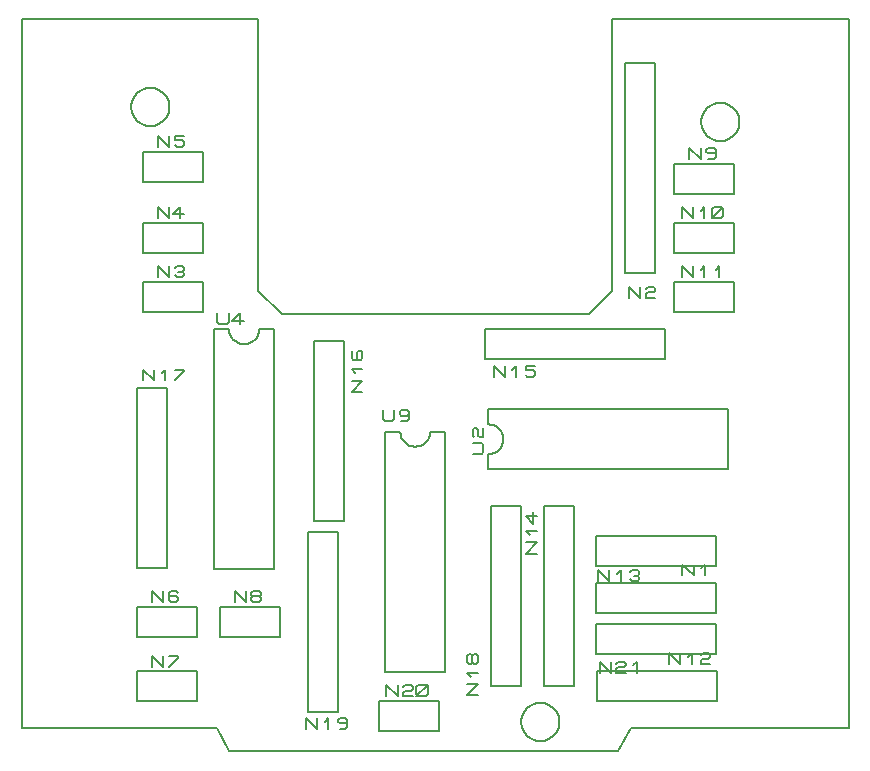
<source format=gbr>
G04 PROTEUS GERBER X2 FILE*
%TF.GenerationSoftware,Labcenter,Proteus,8.12-SP2-Build31155*%
%TF.CreationDate,2021-12-06T20:36:36+00:00*%
%TF.FileFunction,Legend,Top*%
%TF.FilePolarity,Positive*%
%TF.Part,Single*%
%TF.SameCoordinates,{41aeb68f-70a9-4567-b6d7-def337a2806a}*%
%FSLAX45Y45*%
%MOMM*%
G01*
%TA.AperFunction,Profile*%
%ADD17C,0.203200*%
%TA.AperFunction,Material*%
%ADD21C,0.203200*%
%TD.AperFunction*%
D17*
X+0Y+0D02*
X+1650000Y+0D01*
X+7000000Y+0D02*
X+7000000Y+6000000D01*
X+5000000Y+6000000D01*
X+5000000Y+3700000D01*
X+4800000Y+3500000D01*
X+2200000Y+3500000D01*
X+2000000Y+3700000D02*
X+2000000Y+6000000D01*
X+0Y+6000000D01*
X+0Y+0D01*
X+2000000Y+3700000D02*
X+2200000Y+3500000D01*
X+5160000Y+0D02*
X+7000000Y+0D01*
X+1750000Y-200000D02*
X+5050000Y-200000D01*
X+1650000Y+0D02*
X+1750000Y-200000D01*
X+5160000Y+0D02*
X+5050000Y-200000D01*
X+4550045Y+50000D02*
X+4549508Y+63142D01*
X+4545144Y+89427D01*
X+4536029Y+115712D01*
X+4521182Y+141997D01*
X+4498470Y+168118D01*
X+4472185Y+187898D01*
X+4445900Y+200658D01*
X+4419615Y+208108D01*
X+4393330Y+210987D01*
X+4389000Y+211045D01*
X+4227955Y+50000D02*
X+4228492Y+63142D01*
X+4232856Y+89427D01*
X+4241971Y+115712D01*
X+4256818Y+141997D01*
X+4279530Y+168118D01*
X+4305815Y+187898D01*
X+4332100Y+200658D01*
X+4358385Y+208108D01*
X+4384670Y+210987D01*
X+4389000Y+211045D01*
X+4227955Y+50000D02*
X+4228492Y+36858D01*
X+4232856Y+10573D01*
X+4241971Y-15712D01*
X+4256818Y-41997D01*
X+4279530Y-68118D01*
X+4305815Y-87898D01*
X+4332100Y-100658D01*
X+4358385Y-108108D01*
X+4384670Y-110987D01*
X+4389000Y-111045D01*
X+4550045Y+50000D02*
X+4549508Y+36858D01*
X+4545144Y+10573D01*
X+4536029Y-15712D01*
X+4521182Y-41997D01*
X+4498470Y-68118D01*
X+4472185Y-87898D01*
X+4445900Y-100658D01*
X+4419615Y-108108D01*
X+4393330Y-110987D01*
X+4389000Y-111045D01*
X+6074045Y+5130000D02*
X+6073508Y+5143142D01*
X+6069144Y+5169427D01*
X+6060029Y+5195712D01*
X+6045182Y+5221997D01*
X+6022470Y+5248118D01*
X+5996185Y+5267898D01*
X+5969900Y+5280658D01*
X+5943615Y+5288108D01*
X+5917330Y+5290987D01*
X+5913000Y+5291045D01*
X+5751955Y+5130000D02*
X+5752492Y+5143142D01*
X+5756856Y+5169427D01*
X+5765971Y+5195712D01*
X+5780818Y+5221997D01*
X+5803530Y+5248118D01*
X+5829815Y+5267898D01*
X+5856100Y+5280658D01*
X+5882385Y+5288108D01*
X+5908670Y+5290987D01*
X+5913000Y+5291045D01*
X+5751955Y+5130000D02*
X+5752492Y+5116858D01*
X+5756856Y+5090573D01*
X+5765971Y+5064288D01*
X+5780818Y+5038003D01*
X+5803530Y+5011882D01*
X+5829815Y+4992102D01*
X+5856100Y+4979342D01*
X+5882385Y+4971892D01*
X+5908670Y+4969013D01*
X+5913000Y+4968955D01*
X+6074045Y+5130000D02*
X+6073508Y+5116858D01*
X+6069144Y+5090573D01*
X+6060029Y+5064288D01*
X+6045182Y+5038003D01*
X+6022470Y+5011882D01*
X+5996185Y+4992102D01*
X+5969900Y+4979342D01*
X+5943615Y+4971892D01*
X+5917330Y+4969013D01*
X+5913000Y+4968955D01*
X+1248045Y+5257000D02*
X+1247508Y+5270142D01*
X+1243144Y+5296427D01*
X+1234029Y+5322712D01*
X+1219182Y+5348997D01*
X+1196470Y+5375118D01*
X+1170185Y+5394898D01*
X+1143900Y+5407658D01*
X+1117615Y+5415108D01*
X+1091330Y+5417987D01*
X+1087000Y+5418045D01*
X+925955Y+5257000D02*
X+926492Y+5270142D01*
X+930856Y+5296427D01*
X+939971Y+5322712D01*
X+954818Y+5348997D01*
X+977530Y+5375118D01*
X+1003815Y+5394898D01*
X+1030100Y+5407658D01*
X+1056385Y+5415108D01*
X+1082670Y+5417987D01*
X+1087000Y+5418045D01*
X+925955Y+5257000D02*
X+926492Y+5243858D01*
X+930856Y+5217573D01*
X+939971Y+5191288D01*
X+954818Y+5165003D01*
X+977530Y+5138882D01*
X+1003815Y+5119102D01*
X+1030100Y+5106342D01*
X+1056385Y+5098892D01*
X+1082670Y+5096013D01*
X+1087000Y+5095955D01*
X+1248045Y+5257000D02*
X+1247508Y+5243858D01*
X+1243144Y+5217573D01*
X+1234029Y+5191288D01*
X+1219182Y+5165003D01*
X+1196470Y+5138882D01*
X+1170185Y+5119102D01*
X+1143900Y+5106342D01*
X+1117615Y+5098892D01*
X+1091330Y+5096013D01*
X+1087000Y+5095955D01*
D21*
X+1627000Y+3377000D02*
X+1754000Y+3377000D01*
X+1881000Y+3250000D02*
X+1906876Y+3252436D01*
X+1930848Y+3259485D01*
X+1952438Y+3270762D01*
X+1971170Y+3285878D01*
X+1986569Y+3304446D01*
X+1998158Y+3326081D01*
X+2005460Y+3350394D01*
X+2008000Y+3377000D01*
X+1881000Y+3250000D02*
X+1854394Y+3252436D01*
X+1830081Y+3259485D01*
X+1808446Y+3270762D01*
X+1789878Y+3285878D01*
X+1774762Y+3304446D01*
X+1763485Y+3326081D01*
X+1756436Y+3350394D01*
X+1754000Y+3377000D01*
X+2008000Y+3377000D02*
X+2135000Y+3377000D01*
X+1627000Y+1345000D02*
X+2135000Y+1345000D01*
X+1627000Y+3377000D02*
X+1627000Y+1345000D01*
X+2135000Y+1345000D02*
X+2135000Y+3377000D01*
X+1654000Y+3509080D02*
X+1654000Y+3432880D01*
X+1669875Y+3417640D01*
X+1733375Y+3417640D01*
X+1749250Y+3432880D01*
X+1749250Y+3509080D01*
X+1876250Y+3448120D02*
X+1781000Y+3448120D01*
X+1844500Y+3509080D01*
X+1844500Y+3417640D01*
X+3077000Y+2507000D02*
X+3204000Y+2507000D01*
X+3331000Y+2380000D02*
X+3356876Y+2382436D01*
X+3380848Y+2389485D01*
X+3402438Y+2400762D01*
X+3421170Y+2415878D01*
X+3436569Y+2434446D01*
X+3448158Y+2456081D01*
X+3455460Y+2480394D01*
X+3458000Y+2507000D01*
X+3331000Y+2380000D02*
X+3304394Y+2382436D01*
X+3280081Y+2389485D01*
X+3258446Y+2400762D01*
X+3239878Y+2415878D01*
X+3224762Y+2434446D01*
X+3213485Y+2456081D01*
X+3206436Y+2480394D01*
X+3204000Y+2507000D01*
X+3458000Y+2507000D02*
X+3585000Y+2507000D01*
X+3077000Y+475000D02*
X+3585000Y+475000D01*
X+3077000Y+2507000D02*
X+3077000Y+475000D01*
X+3585000Y+475000D02*
X+3585000Y+2507000D01*
X+3054000Y+2689080D02*
X+3054000Y+2612880D01*
X+3069875Y+2597640D01*
X+3133375Y+2597640D01*
X+3149250Y+2612880D01*
X+3149250Y+2689080D01*
X+3276250Y+2658600D02*
X+3260375Y+2643360D01*
X+3212750Y+2643360D01*
X+3196875Y+2658600D01*
X+3196875Y+2673840D01*
X+3212750Y+2689080D01*
X+3260375Y+2689080D01*
X+3276250Y+2673840D01*
X+3276250Y+2612880D01*
X+3260375Y+2597640D01*
X+3212750Y+2597640D01*
X+4861000Y+1373000D02*
X+5877000Y+1373000D01*
X+5877000Y+1627000D01*
X+4861000Y+1627000D01*
X+4861000Y+1373000D01*
X+5592000Y+1290920D02*
X+5592000Y+1382360D01*
X+5687250Y+1290920D01*
X+5687250Y+1382360D01*
X+5750750Y+1351880D02*
X+5782500Y+1382360D01*
X+5782500Y+1290920D01*
X+5103000Y+3849000D02*
X+5357000Y+3849000D01*
X+5357000Y+5627000D01*
X+5103000Y+5627000D01*
X+5103000Y+3849000D01*
X+5141000Y+3640920D02*
X+5141000Y+3732360D01*
X+5236250Y+3640920D01*
X+5236250Y+3732360D01*
X+5283875Y+3717120D02*
X+5299750Y+3732360D01*
X+5347375Y+3732360D01*
X+5363250Y+3717120D01*
X+5363250Y+3701880D01*
X+5347375Y+3686640D01*
X+5299750Y+3686640D01*
X+5283875Y+3671400D01*
X+5283875Y+3640920D01*
X+5363250Y+3640920D01*
X+4861000Y+623000D02*
X+5877000Y+623000D01*
X+5877000Y+877000D01*
X+4861000Y+877000D01*
X+4861000Y+623000D01*
X+5478500Y+540920D02*
X+5478500Y+632360D01*
X+5573750Y+540920D01*
X+5573750Y+632360D01*
X+5637250Y+601880D02*
X+5669000Y+632360D01*
X+5669000Y+540920D01*
X+5748375Y+617120D02*
X+5764250Y+632360D01*
X+5811875Y+632360D01*
X+5827750Y+617120D01*
X+5827750Y+601880D01*
X+5811875Y+586640D01*
X+5764250Y+586640D01*
X+5748375Y+571400D01*
X+5748375Y+540920D01*
X+5827750Y+540920D01*
X+4861000Y+973000D02*
X+5877000Y+973000D01*
X+5877000Y+1227000D01*
X+4861000Y+1227000D01*
X+4861000Y+973000D01*
X+4878500Y+1240920D02*
X+4878500Y+1332360D01*
X+4973750Y+1240920D01*
X+4973750Y+1332360D01*
X+5037250Y+1301880D02*
X+5069000Y+1332360D01*
X+5069000Y+1240920D01*
X+5148375Y+1317120D02*
X+5164250Y+1332360D01*
X+5211875Y+1332360D01*
X+5227750Y+1317120D01*
X+5227750Y+1301880D01*
X+5211875Y+1286640D01*
X+5227750Y+1271400D01*
X+5227750Y+1256160D01*
X+5211875Y+1240920D01*
X+5164250Y+1240920D01*
X+5148375Y+1256160D01*
X+5180125Y+1286640D02*
X+5211875Y+1286640D01*
X+3923000Y+3123000D02*
X+5447000Y+3123000D01*
X+5447000Y+3377000D01*
X+3923000Y+3377000D01*
X+3923000Y+3123000D01*
X+3994500Y+2967640D02*
X+3994500Y+3059080D01*
X+4089750Y+2967640D01*
X+4089750Y+3059080D01*
X+4153250Y+3028600D02*
X+4185000Y+3059080D01*
X+4185000Y+2967640D01*
X+4343750Y+3059080D02*
X+4264375Y+3059080D01*
X+4264375Y+3028600D01*
X+4327875Y+3028600D01*
X+4343750Y+3013360D01*
X+4343750Y+2982880D01*
X+4327875Y+2967640D01*
X+4280250Y+2967640D01*
X+4264375Y+2982880D01*
X+4423000Y+353000D02*
X+4677000Y+353000D01*
X+4677000Y+1877000D01*
X+4423000Y+1877000D01*
X+4423000Y+353000D01*
X+4359080Y+1474500D02*
X+4267640Y+1474500D01*
X+4359080Y+1569750D01*
X+4267640Y+1569750D01*
X+4298120Y+1633250D02*
X+4267640Y+1665000D01*
X+4359080Y+1665000D01*
X+4328600Y+1823750D02*
X+4328600Y+1728500D01*
X+4267640Y+1792000D01*
X+4359080Y+1792000D01*
X+2473000Y+1753000D02*
X+2727000Y+1753000D01*
X+2727000Y+3277000D01*
X+2473000Y+3277000D01*
X+2473000Y+1753000D01*
X+2882360Y+2844500D02*
X+2790920Y+2844500D01*
X+2882360Y+2939750D01*
X+2790920Y+2939750D01*
X+2821400Y+3003250D02*
X+2790920Y+3035000D01*
X+2882360Y+3035000D01*
X+2806160Y+3193750D02*
X+2790920Y+3177875D01*
X+2790920Y+3130250D01*
X+2806160Y+3114375D01*
X+2867120Y+3114375D01*
X+2882360Y+3130250D01*
X+2882360Y+3177875D01*
X+2867120Y+3193750D01*
X+2851880Y+3193750D01*
X+2836640Y+3177875D01*
X+2836640Y+3114375D01*
X+973000Y+1353000D02*
X+1227000Y+1353000D01*
X+1227000Y+2877000D01*
X+973000Y+2877000D01*
X+973000Y+1353000D01*
X+1024500Y+2940920D02*
X+1024500Y+3032360D01*
X+1119750Y+2940920D01*
X+1119750Y+3032360D01*
X+1183250Y+3001880D02*
X+1215000Y+3032360D01*
X+1215000Y+2940920D01*
X+1294375Y+3032360D02*
X+1373750Y+3032360D01*
X+1373750Y+3017120D01*
X+1294375Y+2940920D01*
X+3973000Y+353000D02*
X+4227000Y+353000D01*
X+4227000Y+1877000D01*
X+3973000Y+1877000D01*
X+3973000Y+353000D01*
X+3859080Y+274500D02*
X+3767640Y+274500D01*
X+3859080Y+369750D01*
X+3767640Y+369750D01*
X+3798120Y+433250D02*
X+3767640Y+465000D01*
X+3859080Y+465000D01*
X+3813360Y+560250D02*
X+3798120Y+544375D01*
X+3782880Y+544375D01*
X+3767640Y+560250D01*
X+3767640Y+607875D01*
X+3782880Y+623750D01*
X+3798120Y+623750D01*
X+3813360Y+607875D01*
X+3813360Y+560250D01*
X+3828600Y+544375D01*
X+3843840Y+544375D01*
X+3859080Y+560250D01*
X+3859080Y+607875D01*
X+3843840Y+623750D01*
X+3828600Y+623750D01*
X+3813360Y+607875D01*
X+2423000Y+133000D02*
X+2677000Y+133000D01*
X+2677000Y+1657000D01*
X+2423000Y+1657000D01*
X+2423000Y+133000D01*
X+2404500Y-9080D02*
X+2404500Y+82360D01*
X+2499750Y-9080D01*
X+2499750Y+82360D01*
X+2563250Y+51880D02*
X+2595000Y+82360D01*
X+2595000Y-9080D01*
X+2753750Y+51880D02*
X+2737875Y+36640D01*
X+2690250Y+36640D01*
X+2674375Y+51880D01*
X+2674375Y+67120D01*
X+2690250Y+82360D01*
X+2737875Y+82360D01*
X+2753750Y+67120D01*
X+2753750Y+6160D01*
X+2737875Y-9080D01*
X+2690250Y-9080D01*
X+3023000Y-27000D02*
X+3531000Y-27000D01*
X+3531000Y+227000D01*
X+3023000Y+227000D01*
X+3023000Y-27000D01*
X+3086500Y+267640D02*
X+3086500Y+359080D01*
X+3181750Y+267640D01*
X+3181750Y+359080D01*
X+3229375Y+343840D02*
X+3245250Y+359080D01*
X+3292875Y+359080D01*
X+3308750Y+343840D01*
X+3308750Y+328600D01*
X+3292875Y+313360D01*
X+3245250Y+313360D01*
X+3229375Y+298120D01*
X+3229375Y+267640D01*
X+3308750Y+267640D01*
X+3340500Y+282880D02*
X+3340500Y+343840D01*
X+3356375Y+359080D01*
X+3419875Y+359080D01*
X+3435750Y+343840D01*
X+3435750Y+282880D01*
X+3419875Y+267640D01*
X+3356375Y+267640D01*
X+3340500Y+282880D01*
X+3340500Y+267640D02*
X+3435750Y+359080D01*
X+4873000Y+223000D02*
X+5889000Y+223000D01*
X+5889000Y+477000D01*
X+4873000Y+477000D01*
X+4873000Y+223000D01*
X+4890500Y+467640D02*
X+4890500Y+559080D01*
X+4985750Y+467640D01*
X+4985750Y+559080D01*
X+5033375Y+543840D02*
X+5049250Y+559080D01*
X+5096875Y+559080D01*
X+5112750Y+543840D01*
X+5112750Y+528600D01*
X+5096875Y+513360D01*
X+5049250Y+513360D01*
X+5033375Y+498120D01*
X+5033375Y+467640D01*
X+5112750Y+467640D01*
X+5176250Y+528600D02*
X+5208000Y+559080D01*
X+5208000Y+467640D01*
X+3947000Y+2189000D02*
X+3947000Y+2316000D01*
X+4074000Y+2443000D02*
X+4071564Y+2468876D01*
X+4064515Y+2492848D01*
X+4053238Y+2514438D01*
X+4038122Y+2533170D01*
X+4019554Y+2548569D01*
X+3997919Y+2560158D01*
X+3973606Y+2567460D01*
X+3947000Y+2570000D01*
X+4074000Y+2443000D02*
X+4071564Y+2416394D01*
X+4064515Y+2392081D01*
X+4053238Y+2370446D01*
X+4038122Y+2351878D01*
X+4019554Y+2336762D01*
X+3997919Y+2325485D01*
X+3973606Y+2318436D01*
X+3947000Y+2316000D01*
X+3947000Y+2570000D02*
X+3947000Y+2697000D01*
X+5979000Y+2189000D02*
X+5979000Y+2697000D01*
X+3947000Y+2189000D02*
X+5979000Y+2189000D01*
X+5979000Y+2697000D02*
X+3947000Y+2697000D01*
X+3814920Y+2316000D02*
X+3891120Y+2316000D01*
X+3906360Y+2331875D01*
X+3906360Y+2395375D01*
X+3891120Y+2411250D01*
X+3814920Y+2411250D01*
X+3830160Y+2458875D02*
X+3814920Y+2474750D01*
X+3814920Y+2522375D01*
X+3830160Y+2538250D01*
X+3845400Y+2538250D01*
X+3860640Y+2522375D01*
X+3860640Y+2474750D01*
X+3875880Y+2458875D01*
X+3906360Y+2458875D01*
X+3906360Y+2538250D01*
X+1023000Y+3523000D02*
X+1531000Y+3523000D01*
X+1531000Y+3777000D01*
X+1023000Y+3777000D01*
X+1023000Y+3523000D01*
X+1150000Y+3817640D02*
X+1150000Y+3909080D01*
X+1245250Y+3817640D01*
X+1245250Y+3909080D01*
X+1292875Y+3893840D02*
X+1308750Y+3909080D01*
X+1356375Y+3909080D01*
X+1372250Y+3893840D01*
X+1372250Y+3878600D01*
X+1356375Y+3863360D01*
X+1372250Y+3848120D01*
X+1372250Y+3832880D01*
X+1356375Y+3817640D01*
X+1308750Y+3817640D01*
X+1292875Y+3832880D01*
X+1324625Y+3863360D02*
X+1356375Y+3863360D01*
X+1023000Y+4023000D02*
X+1531000Y+4023000D01*
X+1531000Y+4277000D01*
X+1023000Y+4277000D01*
X+1023000Y+4023000D01*
X+1150000Y+4317640D02*
X+1150000Y+4409080D01*
X+1245250Y+4317640D01*
X+1245250Y+4409080D01*
X+1372250Y+4348120D02*
X+1277000Y+4348120D01*
X+1340500Y+4409080D01*
X+1340500Y+4317640D01*
X+1023000Y+4623000D02*
X+1531000Y+4623000D01*
X+1531000Y+4877000D01*
X+1023000Y+4877000D01*
X+1023000Y+4623000D01*
X+1150000Y+4917640D02*
X+1150000Y+5009080D01*
X+1245250Y+4917640D01*
X+1245250Y+5009080D01*
X+1372250Y+5009080D02*
X+1292875Y+5009080D01*
X+1292875Y+4978600D01*
X+1356375Y+4978600D01*
X+1372250Y+4963360D01*
X+1372250Y+4932880D01*
X+1356375Y+4917640D01*
X+1308750Y+4917640D01*
X+1292875Y+4932880D01*
X+973000Y+773000D02*
X+1481000Y+773000D01*
X+1481000Y+1027000D01*
X+973000Y+1027000D01*
X+973000Y+773000D01*
X+1100000Y+1067640D02*
X+1100000Y+1159080D01*
X+1195250Y+1067640D01*
X+1195250Y+1159080D01*
X+1322250Y+1143840D02*
X+1306375Y+1159080D01*
X+1258750Y+1159080D01*
X+1242875Y+1143840D01*
X+1242875Y+1082880D01*
X+1258750Y+1067640D01*
X+1306375Y+1067640D01*
X+1322250Y+1082880D01*
X+1322250Y+1098120D01*
X+1306375Y+1113360D01*
X+1242875Y+1113360D01*
X+973000Y+223000D02*
X+1481000Y+223000D01*
X+1481000Y+477000D01*
X+973000Y+477000D01*
X+973000Y+223000D01*
X+1100000Y+517640D02*
X+1100000Y+609080D01*
X+1195250Y+517640D01*
X+1195250Y+609080D01*
X+1242875Y+609080D02*
X+1322250Y+609080D01*
X+1322250Y+593840D01*
X+1242875Y+517640D01*
X+1673000Y+773000D02*
X+2181000Y+773000D01*
X+2181000Y+1027000D01*
X+1673000Y+1027000D01*
X+1673000Y+773000D01*
X+1800000Y+1067640D02*
X+1800000Y+1159080D01*
X+1895250Y+1067640D01*
X+1895250Y+1159080D01*
X+1958750Y+1113360D02*
X+1942875Y+1128600D01*
X+1942875Y+1143840D01*
X+1958750Y+1159080D01*
X+2006375Y+1159080D01*
X+2022250Y+1143840D01*
X+2022250Y+1128600D01*
X+2006375Y+1113360D01*
X+1958750Y+1113360D01*
X+1942875Y+1098120D01*
X+1942875Y+1082880D01*
X+1958750Y+1067640D01*
X+2006375Y+1067640D01*
X+2022250Y+1082880D01*
X+2022250Y+1098120D01*
X+2006375Y+1113360D01*
X+5523000Y+4523000D02*
X+6031000Y+4523000D01*
X+6031000Y+4777000D01*
X+5523000Y+4777000D01*
X+5523000Y+4523000D01*
X+5650000Y+4817640D02*
X+5650000Y+4909080D01*
X+5745250Y+4817640D01*
X+5745250Y+4909080D01*
X+5872250Y+4878600D02*
X+5856375Y+4863360D01*
X+5808750Y+4863360D01*
X+5792875Y+4878600D01*
X+5792875Y+4893840D01*
X+5808750Y+4909080D01*
X+5856375Y+4909080D01*
X+5872250Y+4893840D01*
X+5872250Y+4832880D01*
X+5856375Y+4817640D01*
X+5808750Y+4817640D01*
X+5523000Y+4023000D02*
X+6031000Y+4023000D01*
X+6031000Y+4277000D01*
X+5523000Y+4277000D01*
X+5523000Y+4023000D01*
X+5586500Y+4317640D02*
X+5586500Y+4409080D01*
X+5681750Y+4317640D01*
X+5681750Y+4409080D01*
X+5745250Y+4378600D02*
X+5777000Y+4409080D01*
X+5777000Y+4317640D01*
X+5840500Y+4332880D02*
X+5840500Y+4393840D01*
X+5856375Y+4409080D01*
X+5919875Y+4409080D01*
X+5935750Y+4393840D01*
X+5935750Y+4332880D01*
X+5919875Y+4317640D01*
X+5856375Y+4317640D01*
X+5840500Y+4332880D01*
X+5840500Y+4317640D02*
X+5935750Y+4409080D01*
X+5523000Y+3523000D02*
X+6031000Y+3523000D01*
X+6031000Y+3777000D01*
X+5523000Y+3777000D01*
X+5523000Y+3523000D01*
X+5586500Y+3817640D02*
X+5586500Y+3909080D01*
X+5681750Y+3817640D01*
X+5681750Y+3909080D01*
X+5745250Y+3878600D02*
X+5777000Y+3909080D01*
X+5777000Y+3817640D01*
X+5872250Y+3878600D02*
X+5904000Y+3909080D01*
X+5904000Y+3817640D01*
M02*

</source>
